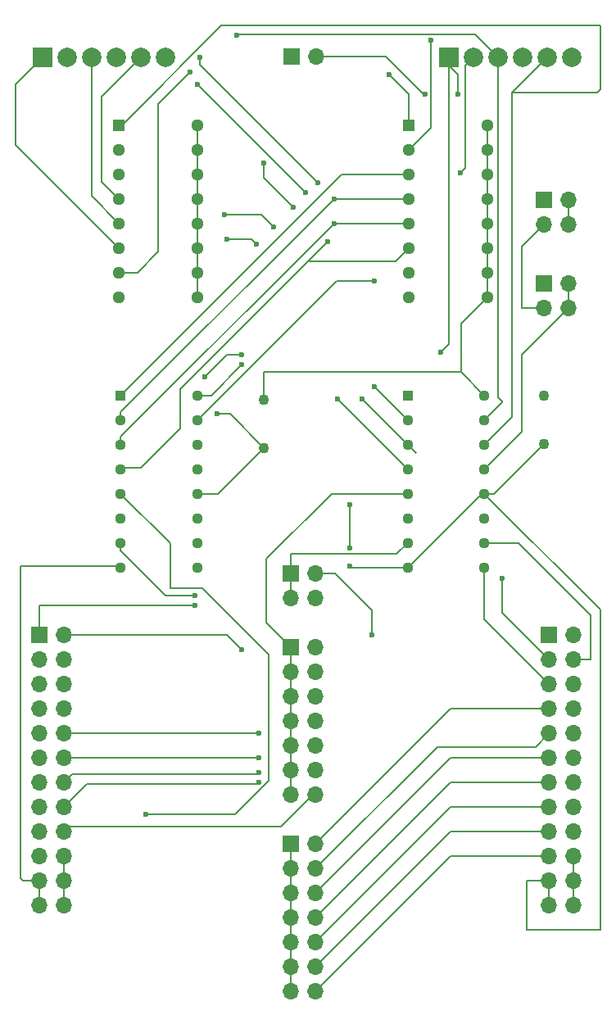
<source format=gbr>
%TF.GenerationSoftware,KiCad,Pcbnew,8.0.6*%
%TF.CreationDate,2024-12-14T14:17:37+01:00*%
%TF.ProjectId,satellite_board_6_keys,73617465-6c6c-4697-9465-5f626f617264,0*%
%TF.SameCoordinates,Original*%
%TF.FileFunction,Copper,L2,Bot*%
%TF.FilePolarity,Positive*%
%FSLAX46Y46*%
G04 Gerber Fmt 4.6, Leading zero omitted, Abs format (unit mm)*
G04 Created by KiCad (PCBNEW 8.0.6) date 2024-12-14 14:17:37*
%MOMM*%
%LPD*%
G01*
G04 APERTURE LIST*
%TA.AperFunction,ComponentPad*%
%ADD10R,1.700000X1.700000*%
%TD*%
%TA.AperFunction,ComponentPad*%
%ADD11O,1.700000X1.700000*%
%TD*%
%TA.AperFunction,ComponentPad*%
%ADD12R,2.000000X2.000000*%
%TD*%
%TA.AperFunction,ComponentPad*%
%ADD13C,2.000000*%
%TD*%
%TA.AperFunction,ComponentPad*%
%ADD14R,1.295400X1.295400*%
%TD*%
%TA.AperFunction,ComponentPad*%
%ADD15C,1.295400*%
%TD*%
%TA.AperFunction,ComponentPad*%
%ADD16C,1.100000*%
%TD*%
%TA.AperFunction,ComponentPad*%
%ADD17R,1.130000X1.130000*%
%TD*%
%TA.AperFunction,ComponentPad*%
%ADD18C,1.130000*%
%TD*%
%TA.AperFunction,ViaPad*%
%ADD19C,0.600000*%
%TD*%
%TA.AperFunction,Conductor*%
%ADD20C,0.200000*%
%TD*%
G04 APERTURE END LIST*
D10*
%TO.P,J5,1,Pin_1*%
%TO.N,Net-(J4-Pin_1)*%
X90805000Y-101600000D03*
D11*
%TO.P,J5,2,Pin_2*%
%TO.N,Net-(J4-Pin_2)*%
X93345000Y-101600000D03*
%TO.P,J5,3,Pin_3*%
%TO.N,Net-(J4-Pin_3)*%
X90805000Y-104140000D03*
%TO.P,J5,4,Pin_4*%
%TO.N,Net-(J4-Pin_4)*%
X93345000Y-104140000D03*
%TO.P,J5,5,Pin_5*%
%TO.N,Net-(J4-Pin_5)*%
X90805000Y-106680000D03*
%TO.P,J5,6,Pin_6*%
%TO.N,Net-(J4-Pin_6)*%
X93345000Y-106680000D03*
%TO.P,J5,7,Pin_7*%
%TO.N,Net-(J4-Pin_7)*%
X90805000Y-109220000D03*
%TO.P,J5,8,Pin_8*%
%TO.N,Net-(J4-Pin_8)*%
X93345000Y-109220000D03*
%TO.P,J5,9,Pin_9*%
%TO.N,Net-(J4-Pin_9)*%
X90805000Y-111760000D03*
%TO.P,J5,10,Pin_10*%
%TO.N,Net-(J4-Pin_10)*%
X93345000Y-111760000D03*
%TO.P,J5,11,Pin_11*%
%TO.N,Net-(J4-Pin_11)*%
X90805000Y-114300000D03*
%TO.P,J5,12,Pin_12*%
%TO.N,Net-(J4-Pin_12)*%
X93345000Y-114300000D03*
%TO.P,J5,13,Pin_13*%
%TO.N,Net-(J4-Pin_13)*%
X90805000Y-116840000D03*
%TO.P,J5,14,Pin_14*%
%TO.N,Net-(J4-Pin_14)*%
X93345000Y-116840000D03*
%TO.P,J5,15,Pin_15*%
%TO.N,Net-(J4-Pin_15)*%
X90805000Y-119380000D03*
%TO.P,J5,16,Pin_16*%
%TO.N,Net-(J4-Pin_16)*%
X93345000Y-119380000D03*
%TO.P,J5,17,Pin_17*%
%TO.N,Net-(J4-Pin_17)*%
X90805000Y-121920000D03*
%TO.P,J5,18,Pin_18*%
%TO.N,Net-(J4-Pin_18)*%
X93345000Y-121920000D03*
%TO.P,J5,19,Pin_19*%
%TO.N,Net-(J4-Pin_19)*%
X90805000Y-124460000D03*
%TO.P,J5,20,Pin_20*%
%TO.N,VCC*%
X93345000Y-124460000D03*
%TO.P,J5,21,Pin_21*%
%TO.N,GND*%
X90805000Y-127000000D03*
%TO.P,J5,22,Pin_22*%
%TO.N,VCC*%
X93345000Y-127000000D03*
%TO.P,J5,23,Pin_23*%
%TO.N,GND*%
X90805000Y-129540000D03*
%TO.P,J5,24,Pin_24*%
%TO.N,VCC*%
X93345000Y-129540000D03*
%TD*%
D12*
%TO.P,J2,1,Pin_1*%
%TO.N,Net-(J2-Pin_1)*%
X91150000Y-41915000D03*
D13*
%TO.P,J2,2,Pin_2*%
%TO.N,Net-(J2-Pin_2)*%
X93690000Y-41915000D03*
%TO.P,J2,3,Pin_3*%
%TO.N,Net-(J2-Pin_3)*%
X96230000Y-41915000D03*
%TO.P,J2,4,Pin_4*%
%TO.N,Net-(J2-Pin_4)*%
X98770000Y-41915000D03*
%TO.P,J2,5,Pin_5*%
%TO.N,Net-(J2-Pin_5)*%
X101310000Y-41915000D03*
%TO.P,J2,6,Pin_6*%
%TO.N,Net-(J2-Pin_6)*%
X103850000Y-41915000D03*
%TD*%
D10*
%TO.P,JP2,1,Pin_1*%
%TO.N,Net-(J1-Pin_2)*%
X143002000Y-56642000D03*
D11*
%TO.P,JP2,2,Pin_2*%
%TO.N,Net-(JP2-Pin_2)*%
X145542000Y-56642000D03*
%TO.P,JP2,3,Pin_3*%
%TO.N,GND*%
X143002000Y-59182000D03*
%TO.P,JP2,4,Pin_4*%
%TO.N,Net-(JP2-Pin_2)*%
X145542000Y-59182000D03*
%TD*%
D10*
%TO.P,JP4,1,Pin_1*%
%TO.N,Net-(JP4-Pin_1)*%
X116840000Y-102870000D03*
D11*
%TO.P,JP4,2,Pin_2*%
%TO.N,Net-(J4-Pin_6)*%
X119380000Y-102870000D03*
%TO.P,JP4,3,Pin_3*%
%TO.N,Net-(JP4-Pin_1)*%
X116840000Y-105410000D03*
%TO.P,JP4,4,Pin_4*%
%TO.N,Net-(J4-Pin_8)*%
X119380000Y-105410000D03*
%TO.P,JP4,5,Pin_5*%
%TO.N,Net-(JP4-Pin_1)*%
X116840000Y-107950000D03*
%TO.P,JP4,6,Pin_6*%
%TO.N,Net-(J4-Pin_10)*%
X119380000Y-107950000D03*
%TO.P,JP4,7,Pin_7*%
%TO.N,Net-(JP4-Pin_1)*%
X116840000Y-110490000D03*
%TO.P,JP4,8,Pin_8*%
%TO.N,Net-(J4-Pin_12)*%
X119380000Y-110490000D03*
%TO.P,JP4,9,Pin_9*%
%TO.N,Net-(JP4-Pin_1)*%
X116840000Y-113030000D03*
%TO.P,JP4,10,Pin_10*%
%TO.N,Net-(J4-Pin_14)*%
X119380000Y-113030000D03*
%TO.P,JP4,11,Pin_11*%
%TO.N,Net-(JP4-Pin_1)*%
X116840000Y-115570000D03*
%TO.P,JP4,12,Pin_12*%
%TO.N,Net-(J4-Pin_16)*%
X119380000Y-115570000D03*
%TO.P,JP4,13,Pin_13*%
%TO.N,Net-(JP4-Pin_1)*%
X116840000Y-118110000D03*
%TO.P,JP4,14,Pin_14*%
%TO.N,Net-(J4-Pin_18)*%
X119380000Y-118110000D03*
%TD*%
D10*
%TO.P,JP3,1,Pin_1*%
%TO.N,Net-(JP3-Pin_1)*%
X116840000Y-95250000D03*
D11*
%TO.P,JP3,2,Pin_2*%
%TO.N,Net-(J4-Pin_1)*%
X119380000Y-95250000D03*
%TO.P,JP3,3,Pin_3*%
%TO.N,Net-(JP3-Pin_1)*%
X116840000Y-97790000D03*
%TO.P,JP3,4,Pin_4*%
%TO.N,Net-(J4-Pin_2)*%
X119380000Y-97790000D03*
%TD*%
D10*
%TO.P,JP1,1,Pin_1*%
%TO.N,Net-(J1-Pin_1)*%
X143002000Y-65278000D03*
D11*
%TO.P,JP1,2,Pin_2*%
%TO.N,Net-(JP1-Pin_2)*%
X145542000Y-65278000D03*
%TO.P,JP1,3,Pin_3*%
%TO.N,GND*%
X143002000Y-67818000D03*
%TO.P,JP1,4,Pin_4*%
%TO.N,Net-(JP1-Pin_2)*%
X145542000Y-67818000D03*
%TD*%
D14*
%TO.P,R1,1*%
%TO.N,Net-(J3-Pin_5)*%
X99060000Y-48895000D03*
D15*
%TO.P,R1,2*%
%TO.N,Net-(J3-Pin_3)*%
X99060000Y-51435000D03*
%TO.P,R1,3*%
%TO.N,Net-(J3-Pin_1)*%
X99060000Y-53975000D03*
%TO.P,R1,4*%
%TO.N,Net-(J2-Pin_5)*%
X99060000Y-56515000D03*
%TO.P,R1,5*%
%TO.N,Net-(J2-Pin_3)*%
X99060000Y-59055000D03*
%TO.P,R1,6*%
%TO.N,Net-(J2-Pin_1)*%
X99060000Y-61595000D03*
%TO.P,R1,7*%
%TO.N,Net-(J1-Pin_1)*%
X99060000Y-64135000D03*
%TO.P,R1,8*%
%TO.N,unconnected-(R1-Pad8)*%
X99060000Y-66675000D03*
%TO.P,R1,9*%
%TO.N,GND*%
X107188000Y-66675000D03*
%TO.P,R1,10*%
X107188000Y-64135000D03*
%TO.P,R1,11*%
X107188000Y-61595000D03*
%TO.P,R1,12*%
X107188000Y-59055000D03*
%TO.P,R1,13*%
X107188000Y-56515000D03*
%TO.P,R1,14*%
X107188000Y-53975000D03*
%TO.P,R1,15*%
X107188000Y-51435000D03*
%TO.P,R1,16*%
X107188000Y-48895000D03*
%TD*%
D16*
%TO.P,C1,1*%
%TO.N,VCC*%
X143002000Y-76835000D03*
%TO.P,C1,2*%
%TO.N,GND*%
X143002000Y-81835000D03*
%TD*%
D12*
%TO.P,J3,1,Pin_1*%
%TO.N,Net-(J3-Pin_1)*%
X133195000Y-41910000D03*
D13*
%TO.P,J3,2,Pin_2*%
%TO.N,Net-(J3-Pin_2)*%
X135735000Y-41910000D03*
%TO.P,J3,3,Pin_3*%
%TO.N,Net-(J3-Pin_3)*%
X138275000Y-41910000D03*
%TO.P,J3,4,Pin_4*%
%TO.N,Net-(J3-Pin_4)*%
X140815000Y-41910000D03*
%TO.P,J3,5,Pin_5*%
%TO.N,Net-(J3-Pin_5)*%
X143355000Y-41910000D03*
%TO.P,J3,6,Pin_6*%
%TO.N,Net-(J3-Pin_6)*%
X145895000Y-41910000D03*
%TD*%
D14*
%TO.P,R2,1*%
%TO.N,Net-(J3-Pin_6)*%
X129032000Y-48895000D03*
D15*
%TO.P,R2,2*%
%TO.N,Net-(J3-Pin_4)*%
X129032000Y-51435000D03*
%TO.P,R2,3*%
%TO.N,Net-(J3-Pin_2)*%
X129032000Y-53975000D03*
%TO.P,R2,4*%
%TO.N,Net-(J2-Pin_6)*%
X129032000Y-56515000D03*
%TO.P,R2,5*%
%TO.N,Net-(J2-Pin_4)*%
X129032000Y-59055000D03*
%TO.P,R2,6*%
%TO.N,Net-(J2-Pin_2)*%
X129032000Y-61595000D03*
%TO.P,R2,7*%
%TO.N,Net-(J1-Pin_2)*%
X129032000Y-64135000D03*
%TO.P,R2,8*%
%TO.N,unconnected-(R2-Pad8)*%
X129032000Y-66675000D03*
%TO.P,R2,9*%
%TO.N,VCC*%
X137160000Y-66675000D03*
%TO.P,R2,10*%
X137160000Y-64135000D03*
%TO.P,R2,11*%
X137160000Y-61595000D03*
%TO.P,R2,12*%
X137160000Y-59055000D03*
%TO.P,R2,13*%
X137160000Y-56515000D03*
%TO.P,R2,14*%
X137160000Y-53975000D03*
%TO.P,R2,15*%
X137160000Y-51435000D03*
%TO.P,R2,16*%
X137160000Y-48895000D03*
%TD*%
D10*
%TO.P,J1,1,Pin_1*%
%TO.N,Net-(J1-Pin_1)*%
X116885000Y-41840000D03*
D11*
%TO.P,J1,2,Pin_2*%
%TO.N,Net-(J1-Pin_2)*%
X119425000Y-41840000D03*
%TD*%
D16*
%TO.P,C2,1*%
%TO.N,VCC*%
X114046000Y-77256000D03*
%TO.P,C2,2*%
%TO.N,GND*%
X114046000Y-82256000D03*
%TD*%
D17*
%TO.P,U1,1,I3*%
%TO.N,Net-(J3-Pin_2)*%
X99248000Y-76835000D03*
D18*
%TO.P,U1,2,I2*%
%TO.N,Net-(J2-Pin_6)*%
X99248000Y-79375000D03*
%TO.P,U1,3,I1*%
%TO.N,Net-(J2-Pin_4)*%
X99248000Y-81915000D03*
%TO.P,U1,4,I0*%
%TO.N,Net-(J2-Pin_2)*%
X99248000Y-84455000D03*
%TO.P,U1,5,Y*%
%TO.N,Net-(JP5-Pin_1)*%
X99248000Y-86995000D03*
%TO.P,U1,6,~{Y}*%
%TO.N,unconnected-(U1-~{Y}-Pad6)*%
X99248000Y-89535000D03*
%TO.P,U1,7,~{OE}*%
%TO.N,Net-(JP3-Pin_1)*%
X99248000Y-92075000D03*
%TO.P,U1,8,GND*%
%TO.N,GND*%
X99248000Y-94615000D03*
%TO.P,U1,9,S2*%
%TO.N,Net-(J4-Pin_5)*%
X107188000Y-94615000D03*
%TO.P,U1,10,S1*%
%TO.N,Net-(J4-Pin_4)*%
X107188000Y-92075000D03*
%TO.P,U1,11,S0*%
%TO.N,Net-(J4-Pin_3)*%
X107188000Y-89535000D03*
%TO.P,U1,12,I7*%
%TO.N,GND*%
X107188000Y-86995000D03*
%TO.P,U1,13,I6*%
%TO.N,Net-(JP2-Pin_2)*%
X107188000Y-84455000D03*
%TO.P,U1,14,I5*%
%TO.N,Net-(J3-Pin_6)*%
X107188000Y-81915000D03*
%TO.P,U1,15,I4*%
%TO.N,Net-(J3-Pin_4)*%
X107188000Y-79375000D03*
%TO.P,U1,16,VCC*%
%TO.N,VCC*%
X107188000Y-76835000D03*
%TD*%
D10*
%TO.P,J4,1,Pin_1*%
%TO.N,Net-(J4-Pin_1)*%
X143510000Y-101600000D03*
D11*
%TO.P,J4,2,Pin_2*%
%TO.N,Net-(J4-Pin_2)*%
X146050000Y-101600000D03*
%TO.P,J4,3,Pin_3*%
%TO.N,Net-(J4-Pin_3)*%
X143510000Y-104140000D03*
%TO.P,J4,4,Pin_4*%
%TO.N,Net-(J4-Pin_4)*%
X146050000Y-104140000D03*
%TO.P,J4,5,Pin_5*%
%TO.N,Net-(J4-Pin_5)*%
X143510000Y-106680000D03*
%TO.P,J4,6,Pin_6*%
%TO.N,Net-(J4-Pin_6)*%
X146050000Y-106680000D03*
%TO.P,J4,7,Pin_7*%
%TO.N,Net-(J4-Pin_7)*%
X143510000Y-109220000D03*
%TO.P,J4,8,Pin_8*%
%TO.N,Net-(J4-Pin_8)*%
X146050000Y-109220000D03*
%TO.P,J4,9,Pin_9*%
%TO.N,Net-(J4-Pin_9)*%
X143510000Y-111760000D03*
%TO.P,J4,10,Pin_10*%
%TO.N,Net-(J4-Pin_10)*%
X146050000Y-111760000D03*
%TO.P,J4,11,Pin_11*%
%TO.N,Net-(J4-Pin_11)*%
X143510000Y-114300000D03*
%TO.P,J4,12,Pin_12*%
%TO.N,Net-(J4-Pin_12)*%
X146050000Y-114300000D03*
%TO.P,J4,13,Pin_13*%
%TO.N,Net-(J4-Pin_13)*%
X143510000Y-116840000D03*
%TO.P,J4,14,Pin_14*%
%TO.N,Net-(J4-Pin_14)*%
X146050000Y-116840000D03*
%TO.P,J4,15,Pin_15*%
%TO.N,Net-(J4-Pin_15)*%
X143510000Y-119380000D03*
%TO.P,J4,16,Pin_16*%
%TO.N,Net-(J4-Pin_16)*%
X146050000Y-119380000D03*
%TO.P,J4,17,Pin_17*%
%TO.N,Net-(J4-Pin_17)*%
X143510000Y-121920000D03*
%TO.P,J4,18,Pin_18*%
%TO.N,Net-(J4-Pin_18)*%
X146050000Y-121920000D03*
%TO.P,J4,19,Pin_19*%
%TO.N,Net-(J4-Pin_19)*%
X143510000Y-124460000D03*
%TO.P,J4,20,Pin_20*%
%TO.N,VCC*%
X146050000Y-124460000D03*
%TO.P,J4,21,Pin_21*%
%TO.N,GND*%
X143510000Y-127000000D03*
%TO.P,J4,22,Pin_22*%
%TO.N,VCC*%
X146050000Y-127000000D03*
%TO.P,J4,23,Pin_23*%
%TO.N,GND*%
X143510000Y-129540000D03*
%TO.P,J4,24,Pin_24*%
%TO.N,VCC*%
X146050000Y-129540000D03*
%TD*%
D10*
%TO.P,JP5,1,Pin_1*%
%TO.N,Net-(JP5-Pin_1)*%
X116840000Y-123190000D03*
D11*
%TO.P,JP5,2,Pin_2*%
%TO.N,Net-(J4-Pin_7)*%
X119380000Y-123190000D03*
%TO.P,JP5,3,Pin_3*%
%TO.N,Net-(JP5-Pin_1)*%
X116840000Y-125730000D03*
%TO.P,JP5,4,Pin_4*%
%TO.N,Net-(J4-Pin_9)*%
X119380000Y-125730000D03*
%TO.P,JP5,5,Pin_5*%
%TO.N,Net-(JP5-Pin_1)*%
X116840000Y-128270000D03*
%TO.P,JP5,6,Pin_6*%
%TO.N,Net-(J4-Pin_11)*%
X119380000Y-128270000D03*
%TO.P,JP5,7,Pin_7*%
%TO.N,Net-(JP5-Pin_1)*%
X116840000Y-130810000D03*
%TO.P,JP5,8,Pin_8*%
%TO.N,Net-(J4-Pin_13)*%
X119380000Y-130810000D03*
%TO.P,JP5,9,Pin_9*%
%TO.N,Net-(JP5-Pin_1)*%
X116840000Y-133350000D03*
%TO.P,JP5,10,Pin_10*%
%TO.N,Net-(J4-Pin_15)*%
X119380000Y-133350000D03*
%TO.P,JP5,11,Pin_11*%
%TO.N,Net-(JP5-Pin_1)*%
X116840000Y-135890000D03*
%TO.P,JP5,12,Pin_12*%
%TO.N,Net-(J4-Pin_17)*%
X119380000Y-135890000D03*
%TO.P,JP5,13,Pin_13*%
%TO.N,Net-(JP5-Pin_1)*%
X116840000Y-138430000D03*
%TO.P,JP5,14,Pin_14*%
%TO.N,Net-(J4-Pin_19)*%
X119380000Y-138430000D03*
%TD*%
D17*
%TO.P,U2,1,I3*%
%TO.N,Net-(J3-Pin_1)*%
X128905000Y-76835000D03*
D18*
%TO.P,U2,2,I2*%
%TO.N,Net-(J2-Pin_5)*%
X128905000Y-79375000D03*
%TO.P,U2,3,I1*%
%TO.N,Net-(J2-Pin_3)*%
X128905000Y-81915000D03*
%TO.P,U2,4,I0*%
%TO.N,Net-(J2-Pin_1)*%
X128905000Y-84455000D03*
%TO.P,U2,5,Y*%
%TO.N,Net-(JP4-Pin_1)*%
X128905000Y-86995000D03*
%TO.P,U2,6,~{Y}*%
%TO.N,unconnected-(U2-~{Y}-Pad6)*%
X128905000Y-89535000D03*
%TO.P,U2,7,~{OE}*%
%TO.N,Net-(JP3-Pin_1)*%
X128905000Y-92075000D03*
%TO.P,U2,8,GND*%
%TO.N,GND*%
X128905000Y-94615000D03*
%TO.P,U2,9,S2*%
%TO.N,Net-(J4-Pin_5)*%
X136845000Y-94615000D03*
%TO.P,U2,10,S1*%
%TO.N,Net-(J4-Pin_4)*%
X136845000Y-92075000D03*
%TO.P,U2,11,S0*%
%TO.N,Net-(J4-Pin_3)*%
X136845000Y-89535000D03*
%TO.P,U2,12,I7*%
%TO.N,GND*%
X136845000Y-86995000D03*
%TO.P,U2,13,I6*%
%TO.N,Net-(JP1-Pin_2)*%
X136845000Y-84455000D03*
%TO.P,U2,14,I5*%
%TO.N,Net-(J3-Pin_5)*%
X136845000Y-81915000D03*
%TO.P,U2,15,I4*%
%TO.N,Net-(J3-Pin_3)*%
X136845000Y-79375000D03*
%TO.P,U2,16,VCC*%
%TO.N,VCC*%
X136845000Y-76835000D03*
%TD*%
D19*
%TO.N,GND*%
X122936000Y-92618000D03*
X122936000Y-94488000D03*
X122936000Y-88138000D03*
X109220000Y-78740000D03*
%TO.N,VCC*%
X111760000Y-73660000D03*
%TO.N,Net-(J1-Pin_2)*%
X130718000Y-45720000D03*
%TO.N,Net-(J1-Pin_1)*%
X106426000Y-43434000D03*
%TO.N,Net-(J2-Pin_6)*%
X121285000Y-56515000D03*
X119634000Y-54864000D03*
X107442000Y-41910000D03*
%TO.N,Net-(J2-Pin_3)*%
X110236000Y-60706000D03*
X124206000Y-77216000D03*
X113284000Y-61214000D03*
%TO.N,Net-(J2-Pin_4)*%
X107188000Y-44704000D03*
X118364000Y-55880000D03*
X121300250Y-59070250D03*
%TO.N,Net-(J2-Pin_1)*%
X121666000Y-77216000D03*
X107950000Y-74930000D03*
X111760000Y-72644000D03*
%TO.N,Net-(J2-Pin_2)*%
X120650000Y-60960000D03*
X117094000Y-57404000D03*
X114046000Y-52832000D03*
%TO.N,Net-(J2-Pin_5)*%
X109982000Y-58166000D03*
X125476000Y-75946000D03*
X115062000Y-59436000D03*
%TO.N,Net-(J3-Pin_1)*%
X132334000Y-72390000D03*
X134112000Y-45720000D03*
%TO.N,Net-(J3-Pin_6)*%
X127000000Y-43688000D03*
%TO.N,Net-(J3-Pin_4)*%
X131318000Y-40132000D03*
X125476000Y-65024000D03*
%TO.N,Net-(J3-Pin_2)*%
X134366000Y-53848000D03*
%TO.N,Net-(J3-Pin_3)*%
X111252000Y-39624000D03*
%TO.N,Net-(J4-Pin_12)*%
X113538000Y-114300000D03*
%TO.N,Net-(J4-Pin_1)*%
X125222000Y-101600000D03*
X106934000Y-98552000D03*
%TO.N,Net-(J4-Pin_10)*%
X113538000Y-111760000D03*
%TO.N,Net-(J4-Pin_2)*%
X111760000Y-103124000D03*
%TO.N,Net-(J4-Pin_14)*%
X113538000Y-115824000D03*
%TO.N,Net-(J4-Pin_3)*%
X138684000Y-95758000D03*
%TO.N,Net-(J4-Pin_16)*%
X113538000Y-116840000D03*
%TO.N,Net-(JP3-Pin_1)*%
X106934000Y-97536000D03*
%TO.N,Net-(JP5-Pin_1)*%
X101854000Y-120142000D03*
%TD*%
D20*
%TO.N,GND*%
X110530000Y-78740000D02*
X109220000Y-78740000D01*
X88900000Y-126746000D02*
X88900000Y-94488000D01*
X140716000Y-67818000D02*
X140716000Y-61468000D01*
X90805000Y-127000000D02*
X89154000Y-127000000D01*
X109307000Y-86995000D02*
X114046000Y-82256000D01*
X123063000Y-94615000D02*
X122936000Y-94488000D01*
X141224000Y-127000000D02*
X141224000Y-132080000D01*
X88900000Y-94488000D02*
X99121000Y-94488000D01*
X107188000Y-66675000D02*
X107188000Y-64135000D01*
X99121000Y-94488000D02*
X99248000Y-94615000D01*
X143002000Y-67818000D02*
X140716000Y-67818000D01*
X141224000Y-132080000D02*
X148844000Y-132080000D01*
X107188000Y-59055000D02*
X107188000Y-61595000D01*
X137842000Y-86995000D02*
X143002000Y-81835000D01*
X136845000Y-86995000D02*
X137842000Y-86995000D01*
X89154000Y-127000000D02*
X88900000Y-126746000D01*
X114046000Y-82256000D02*
X110530000Y-78740000D01*
X148844000Y-98994000D02*
X136845000Y-86995000D01*
X128905000Y-94615000D02*
X123063000Y-94615000D01*
X128905000Y-94615000D02*
X136525000Y-86995000D01*
X148844000Y-132080000D02*
X148844000Y-98994000D01*
X107188000Y-51435000D02*
X107188000Y-48895000D01*
X107188000Y-56515000D02*
X107188000Y-59055000D01*
X107188000Y-53975000D02*
X107188000Y-51435000D01*
X122936000Y-92618000D02*
X122936000Y-88138000D01*
X107188000Y-56515000D02*
X107188000Y-53975000D01*
X107188000Y-86995000D02*
X109307000Y-86995000D01*
X107188000Y-64135000D02*
X107188000Y-61595000D01*
X136525000Y-86995000D02*
X136845000Y-86995000D01*
X143510000Y-129540000D02*
X143510000Y-127000000D01*
X90805000Y-129540000D02*
X90805000Y-127000000D01*
X140716000Y-61468000D02*
X143002000Y-59182000D01*
X143510000Y-127000000D02*
X141224000Y-127000000D01*
%TO.N,VCC*%
X93345000Y-129540000D02*
X93345000Y-127000000D01*
X137160000Y-66675000D02*
X137160000Y-64135000D01*
X114046000Y-77256000D02*
X114046000Y-74422000D01*
X134432000Y-74422000D02*
X136845000Y-76835000D01*
X146050000Y-129540000D02*
X146050000Y-127000000D01*
X137160000Y-53975000D02*
X137160000Y-51435000D01*
X137160000Y-51435000D02*
X137160000Y-48895000D01*
X107188000Y-76835000D02*
X108585000Y-76835000D01*
X134432000Y-74422000D02*
X134432000Y-69403000D01*
X137160000Y-61595000D02*
X137160000Y-59055000D01*
X93345000Y-127000000D02*
X93345000Y-124460000D01*
X137160000Y-59055000D02*
X137160000Y-56515000D01*
X134432000Y-69403000D02*
X137160000Y-66675000D01*
X108585000Y-76835000D02*
X111760000Y-73660000D01*
X137160000Y-64135000D02*
X137160000Y-61595000D01*
X146050000Y-127000000D02*
X146050000Y-124460000D01*
X114046000Y-74422000D02*
X134432000Y-74422000D01*
X137160000Y-56515000D02*
X137160000Y-53975000D01*
%TO.N,Net-(J1-Pin_2)*%
X126676000Y-41840000D02*
X119425000Y-41840000D01*
X130556000Y-45720000D02*
X126676000Y-41840000D01*
X130718000Y-45720000D02*
X130556000Y-45720000D01*
%TO.N,Net-(J1-Pin_1)*%
X100965000Y-64135000D02*
X103124000Y-61976000D01*
X103124000Y-46736000D02*
X106426000Y-43434000D01*
X103124000Y-61976000D02*
X103124000Y-46736000D01*
X99060000Y-64135000D02*
X100965000Y-64135000D01*
%TO.N,Net-(J2-Pin_6)*%
X119634000Y-54864000D02*
X107442000Y-42672000D01*
X99248000Y-79375000D02*
X99248000Y-78552000D01*
X107442000Y-42672000D02*
X107442000Y-41910000D01*
X99248000Y-78552000D02*
X121285000Y-56515000D01*
X121285000Y-56515000D02*
X129032000Y-56515000D01*
%TO.N,Net-(J2-Pin_3)*%
X112776000Y-60706000D02*
X110236000Y-60706000D01*
X96230000Y-56225000D02*
X99060000Y-59055000D01*
X128905000Y-81915000D02*
X129770000Y-82780000D01*
X113284000Y-61214000D02*
X112776000Y-60706000D01*
X96230000Y-41915000D02*
X96230000Y-56225000D01*
X129770000Y-82780000D02*
X124206000Y-77216000D01*
%TO.N,Net-(J2-Pin_4)*%
X99248000Y-81122500D02*
X121300250Y-59070250D01*
X121300250Y-59070250D02*
X121315500Y-59055000D01*
X121315500Y-59055000D02*
X129032000Y-59055000D01*
X118364000Y-55880000D02*
X107188000Y-44704000D01*
X99248000Y-81915000D02*
X99248000Y-81122500D01*
%TO.N,Net-(J2-Pin_1)*%
X91150000Y-41915000D02*
X88392000Y-44673000D01*
X110236000Y-72644000D02*
X107950000Y-74930000D01*
X88392000Y-44673000D02*
X88392000Y-50927000D01*
X128905000Y-84455000D02*
X121666000Y-77216000D01*
X88392000Y-50927000D02*
X99060000Y-61595000D01*
X111760000Y-72644000D02*
X110236000Y-72644000D01*
%TO.N,Net-(J2-Pin_2)*%
X114046000Y-54356000D02*
X117094000Y-57404000D01*
X120650000Y-60960000D02*
X118618000Y-62992000D01*
X99375000Y-84328000D02*
X101346000Y-84328000D01*
X105410000Y-80264000D02*
X105410000Y-76200000D01*
X127635000Y-62992000D02*
X129032000Y-61595000D01*
X101346000Y-84328000D02*
X105410000Y-80264000D01*
X99248000Y-84455000D02*
X99375000Y-84328000D01*
X118618000Y-62992000D02*
X127635000Y-62992000D01*
X114046000Y-52832000D02*
X114046000Y-54356000D01*
X105410000Y-76200000D02*
X118618000Y-62992000D01*
%TO.N,Net-(J2-Pin_5)*%
X113792000Y-58166000D02*
X109982000Y-58166000D01*
X128905000Y-79375000D02*
X125476000Y-75946000D01*
X97282000Y-54737000D02*
X97282000Y-45943000D01*
X97282000Y-45943000D02*
X101310000Y-41915000D01*
X115062000Y-59436000D02*
X113792000Y-58166000D01*
X99060000Y-56515000D02*
X97282000Y-54737000D01*
%TO.N,Net-(J3-Pin_1)*%
X132334000Y-72390000D02*
X133195000Y-71529000D01*
X133195000Y-71529000D02*
X133195000Y-41910000D01*
X133195000Y-42771000D02*
X133195000Y-41910000D01*
X134112000Y-43688000D02*
X133195000Y-42771000D01*
X134112000Y-45720000D02*
X134112000Y-43688000D01*
%TO.N,Net-(J3-Pin_5)*%
X139700000Y-45565000D02*
X148491000Y-45565000D01*
X109664500Y-38608000D02*
X99377500Y-48895000D01*
X139700000Y-79060000D02*
X139700000Y-45565000D01*
X136845000Y-81915000D02*
X139700000Y-79060000D01*
X148844000Y-38608000D02*
X109664500Y-38608000D01*
X148844000Y-45212000D02*
X148844000Y-38608000D01*
X99377500Y-48895000D02*
X99060000Y-48895000D01*
X139700000Y-45565000D02*
X143355000Y-41910000D01*
X148491000Y-45565000D02*
X148844000Y-45212000D01*
%TO.N,Net-(J3-Pin_6)*%
X129032000Y-45720000D02*
X127000000Y-43688000D01*
X129032000Y-48895000D02*
X129032000Y-45720000D01*
%TO.N,Net-(J3-Pin_4)*%
X131318000Y-49149000D02*
X131318000Y-40132000D01*
X107188000Y-79375000D02*
X121539000Y-65024000D01*
X129032000Y-51435000D02*
X131318000Y-49149000D01*
X121539000Y-65024000D02*
X125476000Y-65024000D01*
%TO.N,Net-(J3-Pin_2)*%
X134874000Y-42771000D02*
X135735000Y-41910000D01*
X134874000Y-53340000D02*
X134874000Y-42771000D01*
X122108000Y-53975000D02*
X129032000Y-53975000D01*
X99248000Y-76835000D02*
X122108000Y-53975000D01*
X134366000Y-53848000D02*
X134874000Y-53340000D01*
%TO.N,Net-(J3-Pin_3)*%
X138684000Y-77536000D02*
X138684000Y-77470000D01*
X138275000Y-41910000D02*
X135897000Y-39532000D01*
X136845000Y-79375000D02*
X138684000Y-77536000D01*
X138275000Y-77061000D02*
X138275000Y-41910000D01*
X111344000Y-39532000D02*
X111252000Y-39624000D01*
X138684000Y-77470000D02*
X138275000Y-77061000D01*
X135897000Y-39532000D02*
X111344000Y-39532000D01*
%TO.N,Net-(J4-Pin_12)*%
X93345000Y-114300000D02*
X113538000Y-114300000D01*
%TO.N,Net-(J4-Pin_1)*%
X125222000Y-99060000D02*
X121412000Y-95250000D01*
X90805000Y-98552000D02*
X106934000Y-98552000D01*
X121412000Y-95250000D02*
X119380000Y-95250000D01*
X90805000Y-101600000D02*
X90805000Y-98552000D01*
X125222000Y-101600000D02*
X125222000Y-99060000D01*
%TO.N,Net-(J4-Pin_4)*%
X147828000Y-99568000D02*
X140335000Y-92075000D01*
X146050000Y-104140000D02*
X147828000Y-104140000D01*
X147828000Y-104140000D02*
X147828000Y-99568000D01*
X140335000Y-92075000D02*
X136845000Y-92075000D01*
%TO.N,Net-(J4-Pin_10)*%
X93345000Y-111760000D02*
X113538000Y-111760000D01*
%TO.N,Net-(J4-Pin_2)*%
X93345000Y-101600000D02*
X110236000Y-101600000D01*
X110236000Y-101600000D02*
X111760000Y-103124000D01*
X146050000Y-101600000D02*
X146050000Y-101346000D01*
%TO.N,Net-(J4-Pin_14)*%
X93345000Y-116840000D02*
X94195000Y-115990000D01*
X94195000Y-115990000D02*
X113372000Y-115990000D01*
X113372000Y-115990000D02*
X113538000Y-115824000D01*
%TO.N,Net-(J4-Pin_3)*%
X143510000Y-104140000D02*
X138684000Y-99314000D01*
X138684000Y-99314000D02*
X138684000Y-95758000D01*
%TO.N,Net-(J4-Pin_15)*%
X119380000Y-133350000D02*
X133350000Y-119380000D01*
X133350000Y-119380000D02*
X143510000Y-119380000D01*
%TO.N,Net-(J4-Pin_18)*%
X93345000Y-121920000D02*
X93853000Y-121412000D01*
X115824000Y-121412000D02*
X119126000Y-118110000D01*
X119126000Y-118110000D02*
X119380000Y-118110000D01*
X93853000Y-121412000D02*
X115824000Y-121412000D01*
%TO.N,Net-(J4-Pin_13)*%
X133350000Y-116840000D02*
X143510000Y-116840000D01*
X119380000Y-130810000D02*
X133350000Y-116840000D01*
%TO.N,Net-(J4-Pin_11)*%
X119380000Y-128270000D02*
X133350000Y-114300000D01*
X133350000Y-114300000D02*
X143510000Y-114300000D01*
%TO.N,Net-(J4-Pin_9)*%
X131960000Y-113150000D02*
X142120000Y-113150000D01*
X142120000Y-113150000D02*
X143510000Y-111760000D01*
X119380000Y-125730000D02*
X131960000Y-113150000D01*
%TO.N,Net-(J4-Pin_19)*%
X133350000Y-124460000D02*
X143510000Y-124460000D01*
X119380000Y-138430000D02*
X133350000Y-124460000D01*
%TO.N,Net-(J4-Pin_5)*%
X143510000Y-106680000D02*
X136845000Y-100015000D01*
X136845000Y-100015000D02*
X136845000Y-94615000D01*
%TO.N,Net-(J4-Pin_17)*%
X133350000Y-121920000D02*
X143510000Y-121920000D01*
X119380000Y-135890000D02*
X133350000Y-121920000D01*
%TO.N,Net-(J4-Pin_7)*%
X133350000Y-109220000D02*
X143510000Y-109220000D01*
X119380000Y-123190000D02*
X133350000Y-109220000D01*
%TO.N,Net-(J4-Pin_16)*%
X93345000Y-119380000D02*
X95765000Y-116960000D01*
X113418000Y-116960000D02*
X113538000Y-116840000D01*
X95765000Y-116960000D02*
X113418000Y-116960000D01*
%TO.N,Net-(JP2-Pin_2)*%
X145542000Y-59182000D02*
X145542000Y-56642000D01*
%TO.N,Net-(JP1-Pin_2)*%
X136845000Y-84455000D02*
X140716000Y-80584000D01*
X140716000Y-80584000D02*
X140716000Y-72644000D01*
X140716000Y-72644000D02*
X145542000Y-67818000D01*
X145542000Y-67818000D02*
X145542000Y-65278000D01*
%TO.N,Net-(JP3-Pin_1)*%
X116840000Y-95250000D02*
X116840000Y-93218000D01*
X116840000Y-93218000D02*
X127762000Y-93218000D01*
X127762000Y-93218000D02*
X128905000Y-92075000D01*
X116840000Y-97790000D02*
X116840000Y-95250000D01*
X99248000Y-92898000D02*
X99248000Y-92075000D01*
X103886000Y-97536000D02*
X99248000Y-92898000D01*
X106934000Y-97536000D02*
X103886000Y-97536000D01*
%TO.N,Net-(JP4-Pin_1)*%
X116840000Y-118110000D02*
X116840000Y-115570000D01*
X116840000Y-107950000D02*
X116840000Y-105410000D01*
X116840000Y-102870000D02*
X114300000Y-100330000D01*
X116840000Y-105410000D02*
X116840000Y-102870000D01*
X116840000Y-115570000D02*
X116840000Y-113030000D01*
X121031000Y-86995000D02*
X128905000Y-86995000D01*
X116840000Y-110490000D02*
X116840000Y-107950000D01*
X114300000Y-100330000D02*
X114300000Y-93726000D01*
X114300000Y-93726000D02*
X121031000Y-86995000D01*
X116840000Y-113030000D02*
X116840000Y-110490000D01*
%TO.N,Net-(JP5-Pin_1)*%
X104394000Y-96774000D02*
X104394000Y-92141000D01*
X101854000Y-120142000D02*
X111084529Y-120142000D01*
X116840000Y-133350000D02*
X116840000Y-130810000D01*
X116840000Y-125730000D02*
X116840000Y-123190000D01*
X111084529Y-120142000D02*
X114554000Y-116672529D01*
X114554000Y-103617705D02*
X107710295Y-96774000D01*
X116840000Y-128270000D02*
X116840000Y-125730000D01*
X116840000Y-130810000D02*
X116840000Y-128270000D01*
X104394000Y-92141000D02*
X99248000Y-86995000D01*
X107710295Y-96774000D02*
X104394000Y-96774000D01*
X116840000Y-135890000D02*
X116840000Y-133350000D01*
X116840000Y-138430000D02*
X116840000Y-135890000D01*
X114554000Y-116672529D02*
X114554000Y-103617705D01*
%TD*%
M02*

</source>
